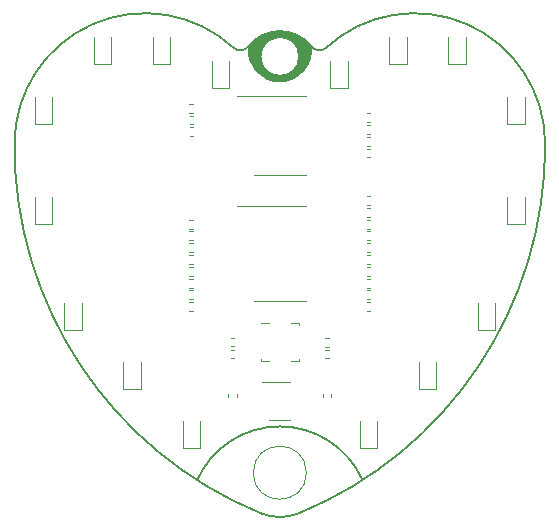
<source format=gbr>
%TF.GenerationSoftware,KiCad,Pcbnew,(5.1.9)-1*%
%TF.CreationDate,2021-12-28T16:52:40+01:00*%
%TF.ProjectId,heart,68656172-742e-46b6-9963-61645f706362,rev?*%
%TF.SameCoordinates,Original*%
%TF.FileFunction,Legend,Top*%
%TF.FilePolarity,Positive*%
%FSLAX46Y46*%
G04 Gerber Fmt 4.6, Leading zero omitted, Abs format (unit mm)*
G04 Created by KiCad (PCBNEW (5.1.9)-1) date 2021-12-28 16:52:40*
%MOMM*%
%LPD*%
G01*
G04 APERTURE LIST*
%ADD10C,0.100000*%
%ADD11C,0.200000*%
%ADD12C,0.150000*%
%ADD13C,0.120000*%
G04 APERTURE END LIST*
D10*
G36*
X50380000Y-58720000D02*
G01*
X50590000Y-58750000D01*
X50770000Y-58790000D01*
X51090000Y-58910000D01*
X51210000Y-58950000D01*
X51460000Y-59070000D01*
X51670000Y-59140000D01*
X51840000Y-59250000D01*
X52100000Y-59450000D01*
X52280000Y-59590000D01*
X52400000Y-59730000D01*
X52570000Y-59940000D01*
X52570000Y-60100000D01*
X52590000Y-60260000D01*
X52590000Y-60460000D01*
X52560000Y-60660000D01*
X52520000Y-60930000D01*
X52480000Y-61100000D01*
X52360000Y-61370000D01*
X52260000Y-61570000D01*
X52040000Y-61890000D01*
X51900000Y-62050000D01*
X51710000Y-62240000D01*
X51520000Y-62370000D01*
X51340000Y-62490000D01*
X51160000Y-62620000D01*
X50930000Y-62710000D01*
X50670000Y-62790000D01*
X50350000Y-62850000D01*
X50000000Y-62870000D01*
X50000000Y-62490000D01*
X50200000Y-62460000D01*
X50420000Y-62410000D01*
X50620000Y-62340000D01*
X50860000Y-62250000D01*
X51040000Y-62100000D01*
X51180000Y-61980000D01*
X51350000Y-61820000D01*
X51540000Y-61490000D01*
X51640000Y-61290000D01*
X51690000Y-61020000D01*
X51680000Y-60800000D01*
X51650000Y-60530000D01*
X51640000Y-60360000D01*
X51550000Y-60120000D01*
X51450000Y-59930000D01*
X51140000Y-59550000D01*
X50890000Y-59390000D01*
X50700000Y-59260000D01*
X50430000Y-59170000D01*
X50230000Y-59130000D01*
X50000000Y-59130000D01*
X50000000Y-58700000D01*
X50260000Y-58700000D01*
X50380000Y-58720000D01*
G37*
X50380000Y-58720000D02*
X50590000Y-58750000D01*
X50770000Y-58790000D01*
X51090000Y-58910000D01*
X51210000Y-58950000D01*
X51460000Y-59070000D01*
X51670000Y-59140000D01*
X51840000Y-59250000D01*
X52100000Y-59450000D01*
X52280000Y-59590000D01*
X52400000Y-59730000D01*
X52570000Y-59940000D01*
X52570000Y-60100000D01*
X52590000Y-60260000D01*
X52590000Y-60460000D01*
X52560000Y-60660000D01*
X52520000Y-60930000D01*
X52480000Y-61100000D01*
X52360000Y-61370000D01*
X52260000Y-61570000D01*
X52040000Y-61890000D01*
X51900000Y-62050000D01*
X51710000Y-62240000D01*
X51520000Y-62370000D01*
X51340000Y-62490000D01*
X51160000Y-62620000D01*
X50930000Y-62710000D01*
X50670000Y-62790000D01*
X50350000Y-62850000D01*
X50000000Y-62870000D01*
X50000000Y-62490000D01*
X50200000Y-62460000D01*
X50420000Y-62410000D01*
X50620000Y-62340000D01*
X50860000Y-62250000D01*
X51040000Y-62100000D01*
X51180000Y-61980000D01*
X51350000Y-61820000D01*
X51540000Y-61490000D01*
X51640000Y-61290000D01*
X51690000Y-61020000D01*
X51680000Y-60800000D01*
X51650000Y-60530000D01*
X51640000Y-60360000D01*
X51550000Y-60120000D01*
X51450000Y-59930000D01*
X51140000Y-59550000D01*
X50890000Y-59390000D01*
X50700000Y-59260000D01*
X50430000Y-59170000D01*
X50230000Y-59130000D01*
X50000000Y-59130000D01*
X50000000Y-58700000D01*
X50260000Y-58700000D01*
X50380000Y-58720000D01*
G36*
X50000000Y-59140000D02*
G01*
X49800000Y-59160000D01*
X49560000Y-59210000D01*
X49290000Y-59330000D01*
X49000000Y-59510000D01*
X48720000Y-59760000D01*
X48580000Y-59980000D01*
X48440000Y-60290000D01*
X48390000Y-60510000D01*
X48360000Y-60780000D01*
X48380000Y-61090000D01*
X48470000Y-61470000D01*
X48620000Y-61690000D01*
X48820000Y-61970000D01*
X49020000Y-62130000D01*
X49270000Y-62280000D01*
X49540000Y-62390000D01*
X49810000Y-62470000D01*
X49900000Y-62480000D01*
X50000000Y-62480000D01*
X50000000Y-62860000D01*
X49540000Y-62840000D01*
X48940000Y-62640000D01*
X48250000Y-62200000D01*
X47740000Y-61580000D01*
X47420000Y-60840000D01*
X47390000Y-60300000D01*
X47390000Y-60020000D01*
X47460000Y-59850000D01*
X47840000Y-59480000D01*
X48130000Y-59280000D01*
X48420000Y-59110000D01*
X48940000Y-58870000D01*
X49330000Y-58770000D01*
X49820000Y-58720000D01*
X50000000Y-58720000D01*
X50000000Y-59140000D01*
G37*
X50000000Y-59140000D02*
X49800000Y-59160000D01*
X49560000Y-59210000D01*
X49290000Y-59330000D01*
X49000000Y-59510000D01*
X48720000Y-59760000D01*
X48580000Y-59980000D01*
X48440000Y-60290000D01*
X48390000Y-60510000D01*
X48360000Y-60780000D01*
X48380000Y-61090000D01*
X48470000Y-61470000D01*
X48620000Y-61690000D01*
X48820000Y-61970000D01*
X49020000Y-62130000D01*
X49270000Y-62280000D01*
X49540000Y-62390000D01*
X49810000Y-62470000D01*
X49900000Y-62480000D01*
X50000000Y-62480000D01*
X50000000Y-62860000D01*
X49540000Y-62840000D01*
X48940000Y-62640000D01*
X48250000Y-62200000D01*
X47740000Y-61580000D01*
X47420000Y-60840000D01*
X47390000Y-60300000D01*
X47390000Y-60020000D01*
X47460000Y-59850000D01*
X47840000Y-59480000D01*
X48130000Y-59280000D01*
X48420000Y-59110000D01*
X48940000Y-58870000D01*
X49330000Y-58770000D01*
X49820000Y-58720000D01*
X50000000Y-58720000D01*
X50000000Y-59140000D01*
D11*
X52626349Y-59921307D02*
G75*
G02*
X47370001Y-59950001I-2626349J-348693D01*
G01*
X42995479Y-96680135D02*
G75*
G02*
X56999999Y-96670001I7004521J-3119865D01*
G01*
D12*
X51644878Y-60800000D02*
G75*
G03*
X51644878Y-60800000I-1644878J0D01*
G01*
D11*
X53923015Y-60068547D02*
G75*
G02*
X52677553Y-59967387I-576074J625010D01*
G01*
X47322447Y-59967387D02*
G75*
G02*
X52677553Y-59967387I2677553J-2095402D01*
G01*
X47322446Y-59967388D02*
G75*
G02*
X46076983Y-60068547I-669388J523851D01*
G01*
X27538011Y-68193681D02*
G75*
G02*
X46076983Y-60068547I11050000J0D01*
G01*
X48388132Y-99482765D02*
G75*
G02*
X27538011Y-68193681I12739570J31080767D01*
G01*
X51611867Y-99482765D02*
G75*
G02*
X48388132Y-99482765I-1611867J3932478D01*
G01*
X72461988Y-68193680D02*
G75*
G02*
X51611867Y-99482765I-33589691J-208318D01*
G01*
X53923016Y-60068547D02*
G75*
G02*
X72461988Y-68193681I7488972J-8125134D01*
G01*
D13*
%TO.C,U3*%
X50935000Y-83390000D02*
X51610000Y-83390000D01*
X51610000Y-83390000D02*
X51610000Y-83565000D01*
X49065000Y-86610000D02*
X48390000Y-86610000D01*
X48390000Y-86610000D02*
X48390000Y-86435000D01*
X50935000Y-86610000D02*
X51610000Y-86610000D01*
X51610000Y-86610000D02*
X51610000Y-86435000D01*
X49065000Y-83390000D02*
X48390000Y-83390000D01*
%TO.C,U2*%
X50000000Y-81535000D02*
X52200000Y-81535000D01*
X50000000Y-81535000D02*
X47800000Y-81535000D01*
X50000000Y-73465000D02*
X52200000Y-73465000D01*
X50000000Y-73465000D02*
X46400000Y-73465000D01*
%TO.C,J5*%
X52250000Y-96050000D02*
G75*
G03*
X52250000Y-96050000I-2250000J0D01*
G01*
%TO.C,U4*%
X50900000Y-88390000D02*
X48450000Y-88390000D01*
X49100000Y-91610000D02*
X50900000Y-91610000D01*
%TO.C,C11*%
X46360000Y-89607836D02*
X46360000Y-89392164D01*
X45640000Y-89607836D02*
X45640000Y-89392164D01*
%TO.C,C10*%
X54360000Y-89607836D02*
X54360000Y-89392164D01*
X53640000Y-89607836D02*
X53640000Y-89392164D01*
%TO.C,D4*%
X29265000Y-72700000D02*
X29265000Y-74985000D01*
X29265000Y-74985000D02*
X30735000Y-74985000D01*
X30735000Y-74985000D02*
X30735000Y-72700000D01*
%TO.C,D7*%
X41765000Y-91700000D02*
X41765000Y-93985000D01*
X41765000Y-93985000D02*
X43235000Y-93985000D01*
X43235000Y-93985000D02*
X43235000Y-91700000D01*
%TO.C,R26*%
X54153641Y-86380000D02*
X53846359Y-86380000D01*
X54153641Y-85620000D02*
X53846359Y-85620000D01*
%TO.C,R25*%
X53846359Y-84620000D02*
X54153641Y-84620000D01*
X53846359Y-85380000D02*
X54153641Y-85380000D01*
%TO.C,R15*%
X57346359Y-74620000D02*
X57653641Y-74620000D01*
X57346359Y-75380000D02*
X57653641Y-75380000D01*
%TO.C,R14*%
X57346359Y-75620000D02*
X57653641Y-75620000D01*
X57346359Y-76380000D02*
X57653641Y-76380000D01*
%TO.C,R13*%
X57346359Y-76620000D02*
X57653641Y-76620000D01*
X57346359Y-77380000D02*
X57653641Y-77380000D01*
%TO.C,R12*%
X57346359Y-77620000D02*
X57653641Y-77620000D01*
X57346359Y-78380000D02*
X57653641Y-78380000D01*
%TO.C,R11*%
X57346359Y-78620000D02*
X57653641Y-78620000D01*
X57346359Y-79380000D02*
X57653641Y-79380000D01*
%TO.C,R10*%
X57346359Y-79620000D02*
X57653641Y-79620000D01*
X57346359Y-80380000D02*
X57653641Y-80380000D01*
%TO.C,R9*%
X57346359Y-80620000D02*
X57653641Y-80620000D01*
X57346359Y-81380000D02*
X57653641Y-81380000D01*
%TO.C,R8*%
X57346359Y-81620000D02*
X57653641Y-81620000D01*
X57346359Y-82380000D02*
X57653641Y-82380000D01*
%TO.C,R7*%
X42653641Y-82380000D02*
X42346359Y-82380000D01*
X42653641Y-81620000D02*
X42346359Y-81620000D01*
%TO.C,R6*%
X42653641Y-81380000D02*
X42346359Y-81380000D01*
X42653641Y-80620000D02*
X42346359Y-80620000D01*
%TO.C,R5*%
X42653641Y-80380000D02*
X42346359Y-80380000D01*
X42653641Y-79620000D02*
X42346359Y-79620000D01*
%TO.C,R4*%
X42653641Y-79380000D02*
X42346359Y-79380000D01*
X42653641Y-78620000D02*
X42346359Y-78620000D01*
%TO.C,R0*%
X42653641Y-75380000D02*
X42346359Y-75380000D01*
X42653641Y-74620000D02*
X42346359Y-74620000D01*
%TO.C,R1*%
X42653641Y-76380000D02*
X42346359Y-76380000D01*
X42653641Y-75620000D02*
X42346359Y-75620000D01*
%TO.C,R3*%
X42653641Y-78380000D02*
X42346359Y-78380000D01*
X42653641Y-77620000D02*
X42346359Y-77620000D01*
%TO.C,R2*%
X42653641Y-77380000D02*
X42346359Y-77380000D01*
X42653641Y-76620000D02*
X42346359Y-76620000D01*
%TO.C,R23*%
X57653641Y-66380000D02*
X57346359Y-66380000D01*
X57653641Y-65620000D02*
X57346359Y-65620000D01*
%TO.C,R22*%
X57346359Y-66620000D02*
X57653641Y-66620000D01*
X57346359Y-67380000D02*
X57653641Y-67380000D01*
%TO.C,R21*%
X42346359Y-64795000D02*
X42653641Y-64795000D01*
X42346359Y-65555000D02*
X42653641Y-65555000D01*
%TO.C,D15*%
X54265000Y-61200000D02*
X54265000Y-63485000D01*
X54265000Y-63485000D02*
X55735000Y-63485000D01*
X55735000Y-63485000D02*
X55735000Y-61200000D01*
%TO.C,D14*%
X59265000Y-59200000D02*
X59265000Y-61485000D01*
X59265000Y-61485000D02*
X60735000Y-61485000D01*
X60735000Y-61485000D02*
X60735000Y-59200000D01*
%TO.C,D13*%
X64265000Y-59200000D02*
X64265000Y-61485000D01*
X64265000Y-61485000D02*
X65735000Y-61485000D01*
X65735000Y-61485000D02*
X65735000Y-59200000D01*
%TO.C,D12*%
X69265000Y-64200000D02*
X69265000Y-66485000D01*
X69265000Y-66485000D02*
X70735000Y-66485000D01*
X70735000Y-66485000D02*
X70735000Y-64200000D01*
%TO.C,D11*%
X69265000Y-72700000D02*
X69265000Y-74985000D01*
X69265000Y-74985000D02*
X70735000Y-74985000D01*
X70735000Y-74985000D02*
X70735000Y-72700000D01*
%TO.C,D10*%
X66765000Y-81700000D02*
X66765000Y-83985000D01*
X66765000Y-83985000D02*
X68235000Y-83985000D01*
X68235000Y-83985000D02*
X68235000Y-81700000D01*
%TO.C,D9*%
X61765000Y-86700000D02*
X61765000Y-88985000D01*
X61765000Y-88985000D02*
X63235000Y-88985000D01*
X63235000Y-88985000D02*
X63235000Y-86700000D01*
%TO.C,D8*%
X56765000Y-91700000D02*
X56765000Y-93985000D01*
X56765000Y-93985000D02*
X58235000Y-93985000D01*
X58235000Y-93985000D02*
X58235000Y-91700000D01*
%TO.C,D6*%
X36765000Y-86700000D02*
X36765000Y-88985000D01*
X36765000Y-88985000D02*
X38235000Y-88985000D01*
X38235000Y-88985000D02*
X38235000Y-86700000D01*
%TO.C,D5*%
X31765000Y-81700000D02*
X31765000Y-83985000D01*
X31765000Y-83985000D02*
X33235000Y-83985000D01*
X33235000Y-83985000D02*
X33235000Y-81700000D01*
%TO.C,D3*%
X29265000Y-64200000D02*
X29265000Y-66485000D01*
X29265000Y-66485000D02*
X30735000Y-66485000D01*
X30735000Y-66485000D02*
X30735000Y-64200000D01*
%TO.C,D2*%
X34265000Y-59200000D02*
X34265000Y-61485000D01*
X34265000Y-61485000D02*
X35735000Y-61485000D01*
X35735000Y-61485000D02*
X35735000Y-59200000D01*
%TO.C,D1*%
X39265000Y-59200000D02*
X39265000Y-61485000D01*
X39265000Y-61485000D02*
X40735000Y-61485000D01*
X40735000Y-61485000D02*
X40735000Y-59200000D01*
%TO.C,D0*%
X44265000Y-61200000D02*
X44265000Y-63485000D01*
X44265000Y-63485000D02*
X45735000Y-63485000D01*
X45735000Y-63485000D02*
X45735000Y-61200000D01*
%TO.C,C9*%
X46107836Y-86360000D02*
X45892164Y-86360000D01*
X46107836Y-85640000D02*
X45892164Y-85640000D01*
%TO.C,C8*%
X45892164Y-84640000D02*
X46107836Y-84640000D01*
X45892164Y-85360000D02*
X46107836Y-85360000D01*
%TO.C,C7*%
X57607836Y-73360000D02*
X57392164Y-73360000D01*
X57607836Y-72640000D02*
X57392164Y-72640000D01*
%TO.C,C6*%
X57392164Y-73640000D02*
X57607836Y-73640000D01*
X57392164Y-74360000D02*
X57607836Y-74360000D01*
%TO.C,C4*%
X42607836Y-67535000D02*
X42392164Y-67535000D01*
X42607836Y-66815000D02*
X42392164Y-66815000D01*
%TO.C,C3*%
X57607836Y-68360000D02*
X57392164Y-68360000D01*
X57607836Y-67640000D02*
X57392164Y-67640000D01*
%TO.C,C2*%
X57392164Y-68640000D02*
X57607836Y-68640000D01*
X57392164Y-69360000D02*
X57607836Y-69360000D01*
%TO.C,C5*%
X42607836Y-66535000D02*
X42392164Y-66535000D01*
X42607836Y-65815000D02*
X42392164Y-65815000D01*
%TO.C,U1*%
X50000000Y-70885000D02*
X52200000Y-70885000D01*
X50000000Y-70885000D02*
X47800000Y-70885000D01*
X50000000Y-64115000D02*
X52200000Y-64115000D01*
X50000000Y-64115000D02*
X46400000Y-64115000D01*
%TD*%
M02*

</source>
